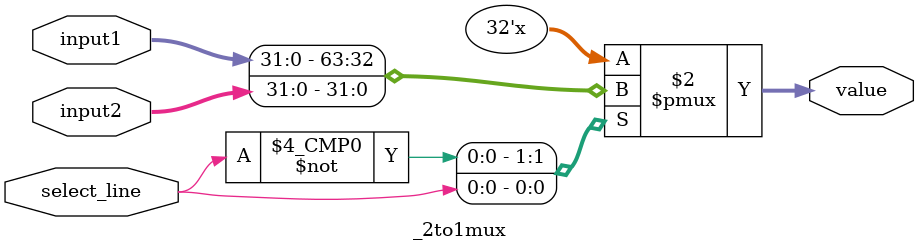
<source format=v>

module _2to1mux(
input [31:0] input1,input2,
output [31:0] value,
input select_line
    );
always @ (*)
begin
case(select_line)
1'b0: value=input1;
1'b1: value=input2;
endcase
end
endmodule

</source>
